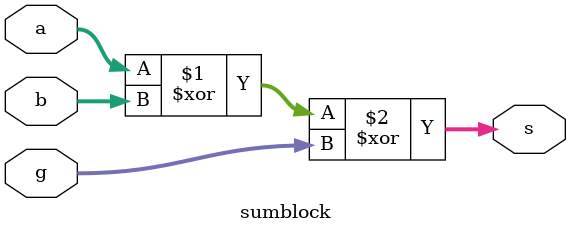
<source format=sv>
module sumblock(input logic [15:0] a, b, g,
					 output logic [15:0] s);
	assign s = a ^ b ^ g;

endmodule
</source>
